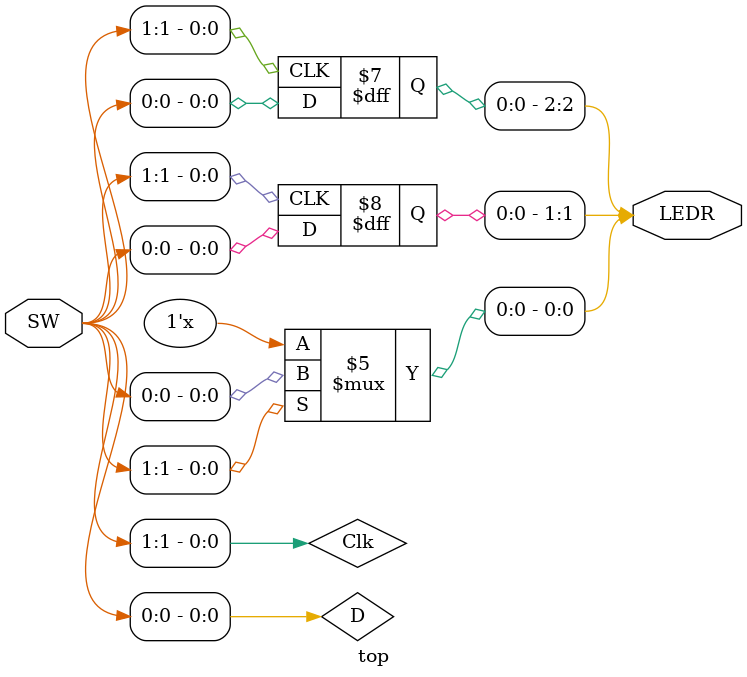
<source format=v>
module top(
    input wire [9:0] SW,
    output reg [9:0] LEDR
);

wire D, Clk;

// Connect inputs from switches
assign D = SW[0];
assign Clk = SW[1];

// Gated D Latch - behavioral style similar to Figure 5
always @* begin
    if (Clk)
        LEDR[0] = D;
end

// Positive-edge triggered D flip-flop
always @(posedge Clk) begin
    LEDR[1] <= D;
end

// Negative-edge triggered D flip-flop  
always @(negedge Clk) begin
    LEDR[2] <= D;
end

endmodule
</source>
